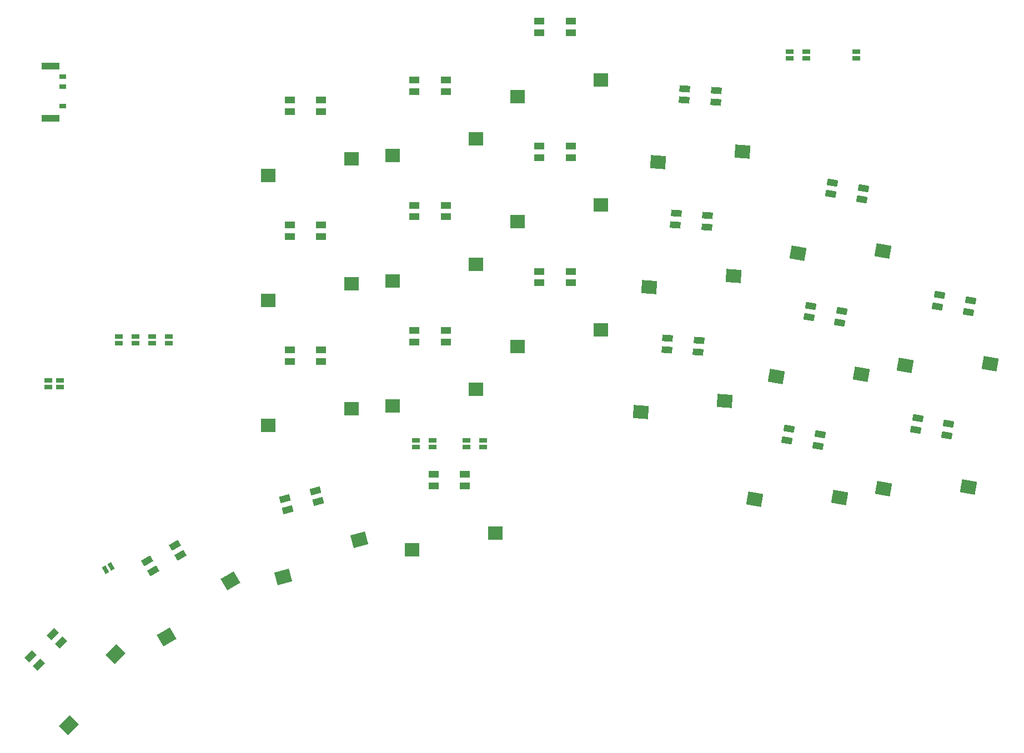
<source format=gbp>
G04 #@! TF.GenerationSoftware,KiCad,Pcbnew,7.0.5*
G04 #@! TF.CreationDate,2023-06-17T21:44:29-05:00*
G04 #@! TF.ProjectId,klor1_3_pimoroni,6b6c6f72-315f-4335-9f70-696d6f726f6e,v1.3.0*
G04 #@! TF.SameCoordinates,Original*
G04 #@! TF.FileFunction,Paste,Bot*
G04 #@! TF.FilePolarity,Positive*
%FSLAX46Y46*%
G04 Gerber Fmt 4.6, Leading zero omitted, Abs format (unit mm)*
G04 Created by KiCad (PCBNEW 7.0.5) date 2023-06-17 21:44:29*
%MOMM*%
%LPD*%
G01*
G04 APERTURE LIST*
G04 Aperture macros list*
%AMRotRect*
0 Rectangle, with rotation*
0 The origin of the aperture is its center*
0 $1 length*
0 $2 width*
0 $3 Rotation angle, in degrees counterclockwise*
0 Add horizontal line*
21,1,$1,$2,0,0,$3*%
G04 Aperture macros list end*
%ADD10R,1.143000X0.635000*%
%ADD11RotRect,1.600000X1.000000X225.000000*%
%ADD12RotRect,2.300000X2.000000X45.000000*%
%ADD13R,1.600000X1.000000*%
%ADD14R,2.300000X2.000000*%
%ADD15RotRect,1.600000X1.000000X176.000000*%
%ADD16RotRect,2.300000X2.000000X356.000000*%
%ADD17RotRect,1.600000X1.000000X195.000000*%
%ADD18RotRect,2.300000X2.000000X15.000000*%
%ADD19RotRect,1.600000X1.000000X170.000000*%
%ADD20RotRect,2.300000X2.000000X350.000000*%
%ADD21RotRect,1.600000X1.000000X210.000000*%
%ADD22RotRect,2.300000X2.000000X30.000000*%
%ADD23R,1.000000X0.700000*%
%ADD24R,2.800000X1.000000*%
%ADD25RotRect,0.635000X1.143000X210.000000*%
G04 APERTURE END LIST*
D10*
X148135000Y-117159620D03*
X148135000Y-118160380D03*
X137955000Y-118150760D03*
D11*
X83798841Y-147926405D03*
X82561405Y-146688968D03*
X79167292Y-150083081D03*
X80404729Y-151320517D03*
D12*
X92146237Y-149768418D03*
X84962032Y-160544725D03*
D13*
X145411399Y-124072857D03*
X145411399Y-122322857D03*
X140611399Y-122322857D03*
X140611399Y-124072857D03*
D14*
X150011399Y-131277857D03*
X137311399Y-133817857D03*
D15*
X183599805Y-65580564D03*
X183721879Y-63834827D03*
X178933572Y-63499996D03*
X178811498Y-65245733D03*
D16*
X187686005Y-73088893D03*
X174839760Y-74736798D03*
D17*
X123018338Y-126490368D03*
X122565405Y-124799998D03*
X117928961Y-126042330D03*
X118381894Y-127732700D03*
D18*
X129326388Y-132259296D03*
X117716530Y-137999750D03*
D13*
X161511399Y-74050260D03*
X161511399Y-72300260D03*
X156711399Y-72300260D03*
X156711399Y-74050260D03*
D14*
X166111399Y-81255260D03*
X153411399Y-83795260D03*
D19*
X222160963Y-97548845D03*
X222464848Y-95825431D03*
X217737771Y-94991920D03*
X217433886Y-96715334D03*
D20*
X225439944Y-105443166D03*
X212491819Y-105739246D03*
D15*
X180938931Y-103632836D03*
X181061005Y-101887099D03*
X176272698Y-101552268D03*
X176150624Y-103298005D03*
D16*
X185025131Y-111141165D03*
X172178886Y-112789070D03*
D13*
X123467969Y-86050260D03*
X123467969Y-84300260D03*
X118667969Y-84300260D03*
X118667969Y-86050260D03*
D14*
X128067969Y-93255260D03*
X115367969Y-95795260D03*
D19*
X218849042Y-116331686D03*
X219152927Y-114608272D03*
X214425850Y-113774761D03*
X214121965Y-115498175D03*
D20*
X222128023Y-124226007D03*
X209179898Y-124522087D03*
D13*
X123467969Y-105122857D03*
X123467969Y-103372857D03*
X118667969Y-103372857D03*
X118667969Y-105122857D03*
D14*
X128067969Y-112327857D03*
X115367969Y-114867857D03*
D13*
X123467969Y-66977664D03*
X123467969Y-65227664D03*
X118667969Y-65227664D03*
X118667969Y-66977664D03*
D14*
X128067969Y-74182664D03*
X115367969Y-76722664D03*
D15*
X182269368Y-84606699D03*
X182391442Y-82860962D03*
X177603135Y-82526131D03*
X177481061Y-84271868D03*
D16*
X186355568Y-92115028D03*
X173509323Y-93762933D03*
D13*
X161511399Y-54977664D03*
X161511399Y-53227664D03*
X156711399Y-53227664D03*
X156711399Y-54977664D03*
D14*
X166111399Y-62182664D03*
X153411399Y-64722664D03*
D21*
X102013115Y-134626369D03*
X101138115Y-133110824D03*
X96981193Y-135510824D03*
X97856193Y-137026369D03*
D22*
X109599332Y-138566082D03*
X99870809Y-147115786D03*
D19*
X199246804Y-117952416D03*
X199550689Y-116229002D03*
X194823612Y-115395491D03*
X194519727Y-117118905D03*
D20*
X202525785Y-125846737D03*
X189577660Y-126142817D03*
D14*
X134361399Y-111867857D03*
X147061399Y-109327857D03*
D13*
X137661399Y-102122857D03*
X137661399Y-100372857D03*
X142461399Y-100372857D03*
X142461399Y-102122857D03*
X142461399Y-83050260D03*
X142461399Y-81300260D03*
X137661399Y-81300260D03*
X137661399Y-83050260D03*
D14*
X147061399Y-90255260D03*
X134361399Y-92795260D03*
D19*
X205870648Y-80386735D03*
X206174533Y-78663321D03*
X201447456Y-77829810D03*
X201143571Y-79553224D03*
D20*
X209149629Y-88281056D03*
X196201504Y-88577136D03*
D23*
X84101228Y-66176228D03*
X84101228Y-63176228D03*
X84101228Y-61676228D03*
D24*
X82201228Y-60076228D03*
X82201228Y-68026228D03*
D13*
X161511399Y-93122857D03*
X161511399Y-91372857D03*
X156711399Y-91372857D03*
X156711399Y-93122857D03*
D14*
X166111399Y-100327857D03*
X153411399Y-102867857D03*
D19*
X202558726Y-99169574D03*
X202862611Y-97446160D03*
X198135534Y-96612649D03*
X197831649Y-98336063D03*
D20*
X205837707Y-107063895D03*
X192889582Y-107359975D03*
D13*
X142461399Y-63977664D03*
X142461399Y-62227664D03*
X137661399Y-62227664D03*
X137661399Y-63977664D03*
D14*
X147061399Y-71182664D03*
X134361399Y-73722664D03*
D10*
X92629450Y-101301620D03*
X92629450Y-102302380D03*
X140500000Y-118150380D03*
X140500000Y-117149620D03*
X100213450Y-101301620D03*
X100213450Y-102302380D03*
X145600000Y-118150760D03*
X145600000Y-117150000D03*
X194925000Y-58850380D03*
X194925000Y-57849620D03*
X97668450Y-101301620D03*
X97668450Y-102302380D03*
X81900000Y-107999620D03*
X81900000Y-109000380D03*
D25*
X91450342Y-136358810D03*
X90583658Y-136859190D03*
D10*
X95166000Y-101301620D03*
X95166000Y-102302380D03*
X83675000Y-107999620D03*
X83675000Y-109000380D03*
X137955000Y-117150000D03*
X197425000Y-58850380D03*
X197425000Y-57849620D03*
X205100000Y-58850380D03*
X205100000Y-57849620D03*
M02*

</source>
